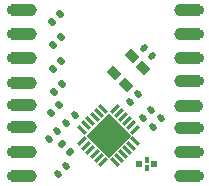
<source format=gbr>
%TF.GenerationSoftware,KiCad,Pcbnew,(6.0.1-0)*%
%TF.CreationDate,2022-02-07T15:37:49-08:00*%
%TF.ProjectId,Untitled,556e7469-746c-4656-942e-6b696361645f,rev?*%
%TF.SameCoordinates,Original*%
%TF.FileFunction,Soldermask,Top*%
%TF.FilePolarity,Negative*%
%FSLAX46Y46*%
G04 Gerber Fmt 4.6, Leading zero omitted, Abs format (unit mm)*
G04 Created by KiCad (PCBNEW (6.0.1-0)) date 2022-02-07 15:37:49*
%MOMM*%
%LPD*%
G01*
G04 APERTURE LIST*
G04 Aperture macros list*
%AMRoundRect*
0 Rectangle with rounded corners*
0 $1 Rounding radius*
0 $2 $3 $4 $5 $6 $7 $8 $9 X,Y pos of 4 corners*
0 Add a 4 corners polygon primitive as box body*
4,1,4,$2,$3,$4,$5,$6,$7,$8,$9,$2,$3,0*
0 Add four circle primitives for the rounded corners*
1,1,$1+$1,$2,$3*
1,1,$1+$1,$4,$5*
1,1,$1+$1,$6,$7*
1,1,$1+$1,$8,$9*
0 Add four rect primitives between the rounded corners*
20,1,$1+$1,$2,$3,$4,$5,0*
20,1,$1+$1,$4,$5,$6,$7,0*
20,1,$1+$1,$6,$7,$8,$9,0*
20,1,$1+$1,$8,$9,$2,$3,0*%
%AMRotRect*
0 Rectangle, with rotation*
0 The origin of the aperture is its center*
0 $1 length*
0 $2 width*
0 $3 Rotation angle, in degrees counterclockwise*
0 Add horizontal line*
21,1,$1,$2,0,0,$3*%
%AMFreePoly0*
4,1,18,0.825000,-0.500000,-0.825000,-0.500000,-0.825000,-0.495033,-0.904941,-0.493568,-1.040256,-0.451293,-1.158266,-0.372738,-1.249486,-0.264219,-1.306581,-0.134460,-1.324963,0.006109,-1.303152,0.146186,-1.242904,0.274511,-1.149060,0.380769,-1.029165,0.456417,-0.892858,0.495374,-0.825000,0.494959,-0.825000,0.500000,0.825000,0.500000,0.825000,-0.500000,0.825000,-0.500000,$1*%
G04 Aperture macros list end*
%ADD10FreePoly0,0.000000*%
%ADD11C,0.750000*%
%ADD12RoundRect,0.140000X0.021213X-0.219203X0.219203X-0.021213X-0.021213X0.219203X-0.219203X0.021213X0*%
%ADD13RotRect,0.300000X0.850000X315.000000*%
%ADD14RotRect,0.300000X0.850000X225.000000*%
%ADD15RotRect,2.650000X2.650000X225.000000*%
%ADD16RoundRect,0.147500X-0.017678X0.226274X-0.226274X0.017678X0.017678X-0.226274X0.226274X-0.017678X0*%
%ADD17RoundRect,0.140000X-0.021213X0.219203X-0.219203X0.021213X0.021213X-0.219203X0.219203X-0.021213X0*%
%ADD18RoundRect,0.147500X0.017678X-0.226274X0.226274X-0.017678X-0.017678X0.226274X-0.226274X0.017678X0*%
%ADD19RoundRect,0.140000X0.219203X0.021213X0.021213X0.219203X-0.219203X-0.021213X-0.021213X-0.219203X0*%
%ADD20RoundRect,0.147500X-0.226274X-0.017678X-0.017678X-0.226274X0.226274X0.017678X0.017678X0.226274X0*%
%ADD21RotRect,0.800000X1.000000X225.000000*%
%ADD22R,0.550000X0.550000*%
%ADD23R,0.300000X0.500000*%
%ADD24FreePoly0,180.000000*%
G04 APERTURE END LIST*
D10*
%TO.C,J11*%
X159162000Y-107000000D03*
D11*
X160000000Y-107000000D03*
X158400000Y-107000000D03*
D10*
X159162000Y-107000000D03*
%TD*%
D12*
%TO.C,C6*%
X155221178Y-106078822D03*
X155900000Y-105400000D03*
%TD*%
D13*
%TO.C,U1*%
X154562742Y-107105025D03*
X154209188Y-106751472D03*
X153855635Y-106397918D03*
X153502082Y-106044365D03*
X153148528Y-105690812D03*
X152794975Y-105337258D03*
D14*
X151805025Y-105337258D03*
X151451472Y-105690812D03*
X151097918Y-106044365D03*
X150744365Y-106397918D03*
X150390812Y-106751472D03*
X150037258Y-107105025D03*
D13*
X150037258Y-108094975D03*
X150390812Y-108448528D03*
X150744365Y-108802082D03*
X151097918Y-109155635D03*
X151451472Y-109509188D03*
X151805025Y-109862742D03*
D14*
X152794975Y-109862742D03*
X153148528Y-109509188D03*
X153502082Y-109155635D03*
X153855635Y-108802082D03*
X154209188Y-108448528D03*
X154562742Y-108094975D03*
D15*
X152300000Y-107600000D03*
%TD*%
D16*
%TO.C,R4*%
X148327947Y-103257053D03*
X147642053Y-103942947D03*
%TD*%
D10*
%TO.C,J14*%
X159162000Y-101000000D03*
D11*
X160000000Y-101000000D03*
X158400000Y-101000000D03*
D10*
X159162000Y-101000000D03*
%TD*%
D17*
%TO.C,C8*%
X149400000Y-105900000D03*
X148721178Y-106578822D03*
%TD*%
D11*
%TO.C,J10*%
X158400000Y-109000000D03*
X160000000Y-109000000D03*
D10*
X159162000Y-109000000D03*
X159162000Y-109000000D03*
%TD*%
D11*
%TO.C,J9*%
X158400000Y-111000000D03*
X160000000Y-111000000D03*
D10*
X159162000Y-111000000D03*
X159162000Y-111000000D03*
%TD*%
%TO.C,J15*%
X159162000Y-99000000D03*
D11*
X160000000Y-99000000D03*
X158400000Y-99000000D03*
D10*
X159162000Y-99000000D03*
%TD*%
D12*
%TO.C,C9*%
X147200000Y-107900000D03*
X147878822Y-107221178D03*
%TD*%
D11*
%TO.C,J13*%
X160000000Y-103000000D03*
X158400000Y-103000000D03*
D10*
X159162000Y-103000000D03*
X159162000Y-103000000D03*
%TD*%
D11*
%TO.C,J12*%
X158380000Y-105100000D03*
D10*
X159142000Y-105100000D03*
D11*
X159980000Y-105100000D03*
D10*
X159142000Y-105100000D03*
%TD*%
D18*
%TO.C,R5*%
X147400000Y-105700000D03*
X148085894Y-105014106D03*
%TD*%
D11*
%TO.C,J16*%
X160000000Y-97000000D03*
D10*
X159162000Y-97000000D03*
D11*
X158400000Y-97000000D03*
D10*
X159162000Y-97000000D03*
%TD*%
D16*
%TO.C,R1*%
X148185894Y-97314106D03*
X147500000Y-98000000D03*
%TD*%
D19*
%TO.C,C12*%
X156000000Y-100900000D03*
X155321178Y-100221178D03*
%TD*%
D12*
%TO.C,C5*%
X156060589Y-106839411D03*
X156739411Y-106160589D03*
%TD*%
D17*
%TO.C,C10*%
X148678822Y-110221178D03*
X148000000Y-110900000D03*
%TD*%
D20*
%TO.C,L1*%
X148314106Y-108314106D03*
X149000000Y-109000000D03*
%TD*%
D17*
%TO.C,C11*%
X154778822Y-104121178D03*
X154100000Y-104800000D03*
%TD*%
D16*
%TO.C,R3*%
X148257947Y-101257053D03*
X147572053Y-101942947D03*
%TD*%
D21*
%TO.C,U2*%
X154247487Y-100862563D03*
X152762563Y-102347487D03*
X153752513Y-103337437D03*
X155237437Y-101852513D03*
%TD*%
D16*
%TO.C,R2*%
X148227947Y-99257053D03*
X147542053Y-99942947D03*
%TD*%
D22*
%TO.C,U3*%
X154900000Y-110000000D03*
D23*
X155500000Y-110350000D03*
D22*
X156100000Y-110000000D03*
D23*
X155500000Y-109650000D03*
%TD*%
D11*
%TO.C,J5*%
X145600000Y-105000000D03*
X144000000Y-105000000D03*
D24*
X144838000Y-105000000D03*
%TD*%
D11*
%TO.C,J3*%
X144000000Y-101000000D03*
X145600000Y-101000000D03*
D24*
X144838000Y-101000000D03*
%TD*%
D11*
%TO.C,J4*%
X145600000Y-103140000D03*
X144000000Y-103140000D03*
D24*
X144838000Y-103140000D03*
%TD*%
D11*
%TO.C,J6*%
X145600000Y-106900000D03*
X144000000Y-106900000D03*
D24*
X144838000Y-106900000D03*
%TD*%
D11*
%TO.C,J2*%
X145600000Y-99000000D03*
X144000000Y-99000000D03*
D24*
X144838000Y-99000000D03*
%TD*%
D11*
%TO.C,J8*%
X145600000Y-111000000D03*
X144000000Y-111000000D03*
D24*
X144838000Y-111000000D03*
%TD*%
D11*
%TO.C,J1*%
X144000000Y-97000000D03*
D24*
X144838000Y-97000000D03*
D11*
X145600000Y-97000000D03*
%TD*%
%TO.C,J7*%
X144000000Y-109000000D03*
X145600000Y-109000000D03*
D24*
X144838000Y-109000000D03*
%TD*%
M02*

</source>
